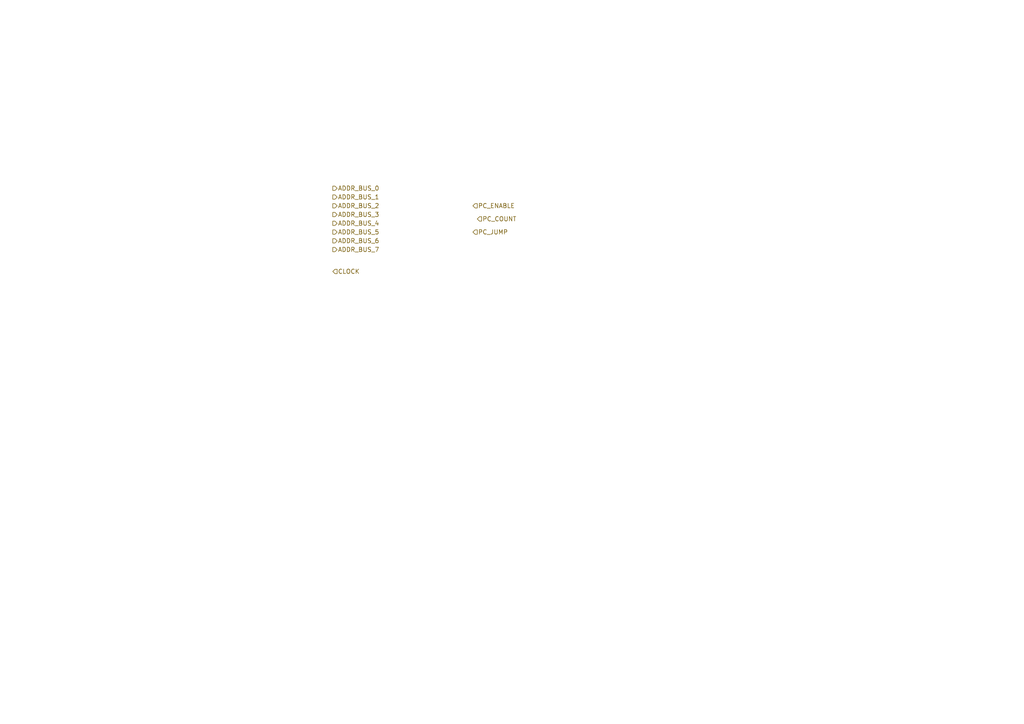
<source format=kicad_sch>
(kicad_sch
	(version 20231120)
	(generator "eeschema")
	(generator_version "8.0")
	(uuid "b84acf67-ed93-4fc9-ae62-f73cc059e3da")
	(paper "A4")
	(lib_symbols)
	(hierarchical_label "CLOCK"
		(shape input)
		(at 96.52 78.74 0)
		(fields_autoplaced yes)
		(effects
			(font
				(size 1.27 1.27)
			)
			(justify left)
		)
		(uuid "29563529-d180-4088-b2e1-b1f3f1585b61")
	)
	(hierarchical_label "ADDR_BUS_4"
		(shape output)
		(at 96.52 64.77 0)
		(fields_autoplaced yes)
		(effects
			(font
				(size 1.27 1.27)
			)
			(justify left)
		)
		(uuid "2e768dc1-74ed-4b52-9183-03459b9de265")
	)
	(hierarchical_label "ADDR_BUS_6"
		(shape output)
		(at 96.52 69.85 0)
		(fields_autoplaced yes)
		(effects
			(font
				(size 1.27 1.27)
			)
			(justify left)
		)
		(uuid "507fa477-a163-4f3d-b05e-3bb069eeef06")
	)
	(hierarchical_label "ADDR_BUS_0"
		(shape output)
		(at 96.52 54.61 0)
		(fields_autoplaced yes)
		(effects
			(font
				(size 1.27 1.27)
			)
			(justify left)
		)
		(uuid "542de077-d310-4fc7-b822-d0c30fc11f44")
	)
	(hierarchical_label "ADDR_BUS_5"
		(shape output)
		(at 96.52 67.31 0)
		(fields_autoplaced yes)
		(effects
			(font
				(size 1.27 1.27)
			)
			(justify left)
		)
		(uuid "63b07727-c585-4200-bbcb-da91a35443c1")
	)
	(hierarchical_label "ADDR_BUS_7"
		(shape output)
		(at 96.52 72.39 0)
		(fields_autoplaced yes)
		(effects
			(font
				(size 1.27 1.27)
			)
			(justify left)
		)
		(uuid "714ae10e-bc52-421c-8eae-f80d492fe06b")
	)
	(hierarchical_label "PC_COUNT"
		(shape input)
		(at 138.43 63.5 0)
		(fields_autoplaced yes)
		(effects
			(font
				(size 1.27 1.27)
			)
			(justify left)
		)
		(uuid "9e41276a-10d4-4322-bb4d-908982c6625b")
	)
	(hierarchical_label "ADDR_BUS_2"
		(shape output)
		(at 96.52 59.69 0)
		(fields_autoplaced yes)
		(effects
			(font
				(size 1.27 1.27)
			)
			(justify left)
		)
		(uuid "b5ebcf68-bca1-4014-86a1-8c6d4c3634a6")
	)
	(hierarchical_label "PC_JUMP"
		(shape input)
		(at 137.16 67.31 0)
		(fields_autoplaced yes)
		(effects
			(font
				(size 1.27 1.27)
			)
			(justify left)
		)
		(uuid "ba97e604-ebae-49e5-99cc-2f24aea22429")
	)
	(hierarchical_label "PC_ENABLE"
		(shape input)
		(at 137.16 59.69 0)
		(fields_autoplaced yes)
		(effects
			(font
				(size 1.27 1.27)
			)
			(justify left)
		)
		(uuid "c91b2a77-5dc4-4ae5-9b62-2b986bfb9076")
	)
	(hierarchical_label "ADDR_BUS_3"
		(shape output)
		(at 96.52 62.23 0)
		(fields_autoplaced yes)
		(effects
			(font
				(size 1.27 1.27)
			)
			(justify left)
		)
		(uuid "da3a070d-d156-4fbc-a2b1-7d980bfb56ae")
	)
	(hierarchical_label "ADDR_BUS_1"
		(shape output)
		(at 96.52 57.15 0)
		(fields_autoplaced yes)
		(effects
			(font
				(size 1.27 1.27)
			)
			(justify left)
		)
		(uuid "e9744bf5-c619-46bf-bc72-b3d59d0125cc")
	)
)

</source>
